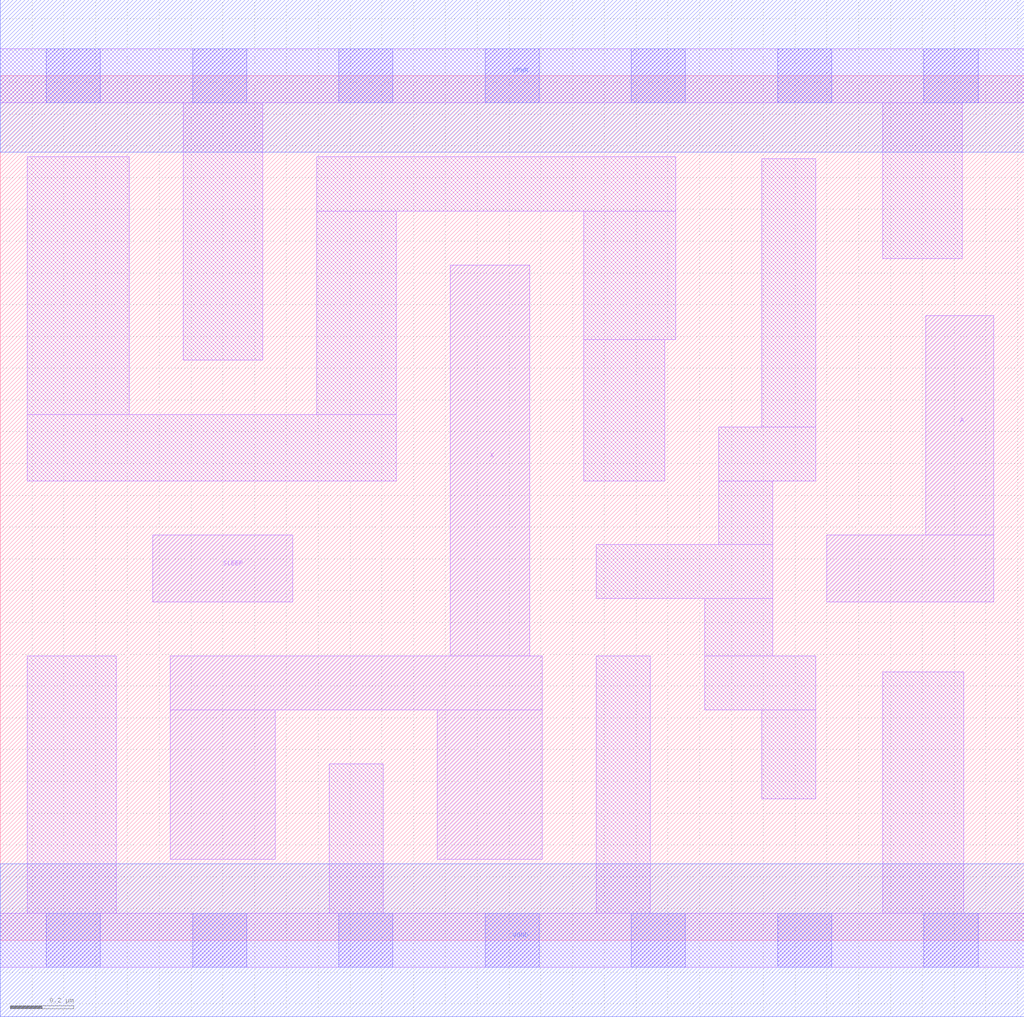
<source format=lef>
# Copyright 2020 The SkyWater PDK Authors
#
# Licensed under the Apache License, Version 2.0 (the "License");
# you may not use this file except in compliance with the License.
# You may obtain a copy of the License at
#
#     https://www.apache.org/licenses/LICENSE-2.0
#
# Unless required by applicable law or agreed to in writing, software
# distributed under the License is distributed on an "AS IS" BASIS,
# WITHOUT WARRANTIES OR CONDITIONS OF ANY KIND, either express or implied.
# See the License for the specific language governing permissions and
# limitations under the License.
#
# SPDX-License-Identifier: Apache-2.0

VERSION 5.7 ;
  NOWIREEXTENSIONATPIN ON ;
  DIVIDERCHAR "/" ;
  BUSBITCHARS "[]" ;
UNITS
  DATABASE MICRONS 200 ;
END UNITS
MACRO sky130_fd_sc_hd__lpflow_isobufsrc_2
  CLASS CORE ;
  FOREIGN sky130_fd_sc_hd__lpflow_isobufsrc_2 ;
  ORIGIN  0.000000  0.000000 ;
  SIZE  3.220000 BY  2.720000 ;
  SYMMETRY X Y R90 ;
  SITE unithd ;
  PIN A
    ANTENNAGATEAREA  0.126000 ;
    DIRECTION INPUT ;
    USE SIGNAL ;
    PORT
      LAYER li1 ;
        RECT 2.600000 1.065000 3.125000 1.275000 ;
        RECT 2.910000 1.275000 3.125000 1.965000 ;
    END
  END A
  PIN SLEEP
    ANTENNAGATEAREA  0.495000 ;
    DIRECTION INPUT ;
    USE SIGNAL ;
    PORT
      LAYER li1 ;
        RECT 0.480000 1.065000 0.920000 1.275000 ;
    END
  END SLEEP
  PIN X
    ANTENNADIFFAREA  0.621000 ;
    DIRECTION OUTPUT ;
    USE SIGNAL ;
    PORT
      LAYER li1 ;
        RECT 0.535000 0.255000 0.865000 0.725000 ;
        RECT 0.535000 0.725000 1.705000 0.895000 ;
        RECT 1.375000 0.255000 1.705000 0.725000 ;
        RECT 1.415000 0.895000 1.665000 2.125000 ;
    END
  END X
  PIN VGND
    DIRECTION INOUT ;
    SHAPE ABUTMENT ;
    USE GROUND ;
    PORT
      LAYER met1 ;
        RECT 0.000000 -0.240000 3.220000 0.240000 ;
    END
  END VGND
  PIN VPWR
    DIRECTION INOUT ;
    SHAPE ABUTMENT ;
    USE POWER ;
    PORT
      LAYER met1 ;
        RECT 0.000000 2.480000 3.220000 2.960000 ;
    END
  END VPWR
  OBS
    LAYER li1 ;
      RECT 0.000000 -0.085000 3.220000 0.085000 ;
      RECT 0.000000  2.635000 3.220000 2.805000 ;
      RECT 0.085000  0.085000 0.365000 0.895000 ;
      RECT 0.085000  1.445000 1.245000 1.655000 ;
      RECT 0.085000  1.655000 0.405000 2.465000 ;
      RECT 0.575000  1.825000 0.825000 2.635000 ;
      RECT 0.995000  1.655000 1.245000 2.295000 ;
      RECT 0.995000  2.295000 2.125000 2.465000 ;
      RECT 1.035000  0.085000 1.205000 0.555000 ;
      RECT 1.835000  1.445000 2.090000 1.890000 ;
      RECT 1.835000  1.890000 2.125000 2.295000 ;
      RECT 1.875000  0.085000 2.045000 0.895000 ;
      RECT 1.875000  1.075000 2.430000 1.245000 ;
      RECT 2.215000  0.725000 2.565000 0.895000 ;
      RECT 2.215000  0.895000 2.430000 1.075000 ;
      RECT 2.260000  1.245000 2.430000 1.445000 ;
      RECT 2.260000  1.445000 2.565000 1.615000 ;
      RECT 2.395000  0.445000 2.565000 0.725000 ;
      RECT 2.395000  1.615000 2.565000 2.460000 ;
      RECT 2.775000  0.085000 3.030000 0.845000 ;
      RECT 2.775000  2.145000 3.025000 2.635000 ;
    LAYER mcon ;
      RECT 0.145000 -0.085000 0.315000 0.085000 ;
      RECT 0.145000  2.635000 0.315000 2.805000 ;
      RECT 0.605000 -0.085000 0.775000 0.085000 ;
      RECT 0.605000  2.635000 0.775000 2.805000 ;
      RECT 1.065000 -0.085000 1.235000 0.085000 ;
      RECT 1.065000  2.635000 1.235000 2.805000 ;
      RECT 1.525000 -0.085000 1.695000 0.085000 ;
      RECT 1.525000  2.635000 1.695000 2.805000 ;
      RECT 1.985000 -0.085000 2.155000 0.085000 ;
      RECT 1.985000  2.635000 2.155000 2.805000 ;
      RECT 2.445000 -0.085000 2.615000 0.085000 ;
      RECT 2.445000  2.635000 2.615000 2.805000 ;
      RECT 2.905000 -0.085000 3.075000 0.085000 ;
      RECT 2.905000  2.635000 3.075000 2.805000 ;
  END
END sky130_fd_sc_hd__lpflow_isobufsrc_2
END LIBRARY

</source>
